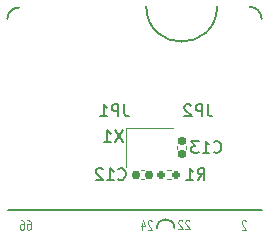
<source format=gbo>
%TF.GenerationSoftware,KiCad,Pcbnew,8.0.8*%
%TF.CreationDate,2025-02-14T18:20:32-05:00*%
%TF.ProjectId,caravel-M.2-card-QFN,63617261-7665-46c2-9d4d-2e322d636172,1*%
%TF.SameCoordinates,Original*%
%TF.FileFunction,Legend,Bot*%
%TF.FilePolarity,Positive*%
%FSLAX46Y46*%
G04 Gerber Fmt 4.6, Leading zero omitted, Abs format (unit mm)*
G04 Created by KiCad (PCBNEW 8.0.8) date 2025-02-14 18:20:32*
%MOMM*%
%LPD*%
G01*
G04 APERTURE LIST*
G04 Aperture macros list*
%AMRoundRect*
0 Rectangle with rounded corners*
0 $1 Rounding radius*
0 $2 $3 $4 $5 $6 $7 $8 $9 X,Y pos of 4 corners*
0 Add a 4 corners polygon primitive as box body*
4,1,4,$2,$3,$4,$5,$6,$7,$8,$9,$2,$3,0*
0 Add four circle primitives for the rounded corners*
1,1,$1+$1,$2,$3*
1,1,$1+$1,$4,$5*
1,1,$1+$1,$6,$7*
1,1,$1+$1,$8,$9*
0 Add four rect primitives between the rounded corners*
20,1,$1+$1,$2,$3,$4,$5,0*
20,1,$1+$1,$4,$5,$6,$7,0*
20,1,$1+$1,$6,$7,$8,$9,0*
20,1,$1+$1,$8,$9,$2,$3,0*%
%AMFreePoly0*
4,1,6,0.300000,0.000000,0.400000,-0.300000,-0.300000,-0.300000,-0.300000,0.300000,0.400000,0.300000,0.300000,0.000000,0.300000,0.000000,$1*%
%AMFreePoly1*
4,1,6,0.250000,-0.300000,-0.250000,-0.300000,-0.350000,0.000000,-0.250000,0.300000,0.250000,0.300000,0.250000,-0.300000,0.250000,-0.300000,$1*%
G04 Aperture macros list end*
%ADD10C,0.150000*%
%ADD11C,0.100000*%
%ADD12C,0.120000*%
%ADD13R,1.600000X1.250000*%
%ADD14FreePoly0,270.000000*%
%ADD15FreePoly1,270.000000*%
%ADD16R,0.350000X1.950000*%
%ADD17C,5.703200*%
%ADD18C,1.500000*%
%ADD19RoundRect,0.155000X-0.155000X0.212500X-0.155000X-0.212500X0.155000X-0.212500X0.155000X0.212500X0*%
%ADD20RoundRect,0.155000X-0.212500X-0.155000X0.212500X-0.155000X0.212500X0.155000X-0.212500X0.155000X0*%
%ADD21RoundRect,0.160000X0.197500X0.160000X-0.197500X0.160000X-0.197500X-0.160000X0.197500X-0.160000X0*%
G04 APERTURE END LIST*
D10*
X72448252Y-31207868D02*
X71781586Y-32207868D01*
X71781586Y-31207868D02*
X72448252Y-32207868D01*
X70876824Y-32207868D02*
X71448252Y-32207868D01*
X71162538Y-32207868D02*
X71162538Y-31207868D01*
X71162538Y-31207868D02*
X71257776Y-31350725D01*
X71257776Y-31350725D02*
X71353014Y-31445963D01*
X71353014Y-31445963D02*
X71448252Y-31493582D01*
X79672062Y-29007868D02*
X79672062Y-29722153D01*
X79672062Y-29722153D02*
X79719681Y-29865010D01*
X79719681Y-29865010D02*
X79814919Y-29960249D01*
X79814919Y-29960249D02*
X79957776Y-30007868D01*
X79957776Y-30007868D02*
X80053014Y-30007868D01*
X79195871Y-30007868D02*
X79195871Y-29007868D01*
X79195871Y-29007868D02*
X78814919Y-29007868D01*
X78814919Y-29007868D02*
X78719681Y-29055487D01*
X78719681Y-29055487D02*
X78672062Y-29103106D01*
X78672062Y-29103106D02*
X78624443Y-29198344D01*
X78624443Y-29198344D02*
X78624443Y-29341201D01*
X78624443Y-29341201D02*
X78672062Y-29436439D01*
X78672062Y-29436439D02*
X78719681Y-29484058D01*
X78719681Y-29484058D02*
X78814919Y-29531677D01*
X78814919Y-29531677D02*
X79195871Y-29531677D01*
X78243490Y-29103106D02*
X78195871Y-29055487D01*
X78195871Y-29055487D02*
X78100633Y-29007868D01*
X78100633Y-29007868D02*
X77862538Y-29007868D01*
X77862538Y-29007868D02*
X77767300Y-29055487D01*
X77767300Y-29055487D02*
X77719681Y-29103106D01*
X77719681Y-29103106D02*
X77672062Y-29198344D01*
X77672062Y-29198344D02*
X77672062Y-29293582D01*
X77672062Y-29293582D02*
X77719681Y-29436439D01*
X77719681Y-29436439D02*
X78291109Y-30007868D01*
X78291109Y-30007868D02*
X77672062Y-30007868D01*
X72572062Y-29007868D02*
X72572062Y-29722153D01*
X72572062Y-29722153D02*
X72619681Y-29865010D01*
X72619681Y-29865010D02*
X72714919Y-29960249D01*
X72714919Y-29960249D02*
X72857776Y-30007868D01*
X72857776Y-30007868D02*
X72953014Y-30007868D01*
X72095871Y-30007868D02*
X72095871Y-29007868D01*
X72095871Y-29007868D02*
X71714919Y-29007868D01*
X71714919Y-29007868D02*
X71619681Y-29055487D01*
X71619681Y-29055487D02*
X71572062Y-29103106D01*
X71572062Y-29103106D02*
X71524443Y-29198344D01*
X71524443Y-29198344D02*
X71524443Y-29341201D01*
X71524443Y-29341201D02*
X71572062Y-29436439D01*
X71572062Y-29436439D02*
X71619681Y-29484058D01*
X71619681Y-29484058D02*
X71714919Y-29531677D01*
X71714919Y-29531677D02*
X72095871Y-29531677D01*
X70572062Y-30007868D02*
X71143490Y-30007868D01*
X70857776Y-30007868D02*
X70857776Y-29007868D01*
X70857776Y-29007868D02*
X70953014Y-29150725D01*
X70953014Y-29150725D02*
X71048252Y-29245963D01*
X71048252Y-29245963D02*
X71143490Y-29293582D01*
D11*
X64394211Y-38796895D02*
X64508496Y-38796895D01*
X64508496Y-38796895D02*
X64565639Y-38834990D01*
X64565639Y-38834990D02*
X64594211Y-38873085D01*
X64594211Y-38873085D02*
X64651353Y-38987371D01*
X64651353Y-38987371D02*
X64679925Y-39139752D01*
X64679925Y-39139752D02*
X64679925Y-39444514D01*
X64679925Y-39444514D02*
X64651353Y-39520704D01*
X64651353Y-39520704D02*
X64622782Y-39558800D01*
X64622782Y-39558800D02*
X64565639Y-39596895D01*
X64565639Y-39596895D02*
X64451353Y-39596895D01*
X64451353Y-39596895D02*
X64394211Y-39558800D01*
X64394211Y-39558800D02*
X64365639Y-39520704D01*
X64365639Y-39520704D02*
X64337068Y-39444514D01*
X64337068Y-39444514D02*
X64337068Y-39254038D01*
X64337068Y-39254038D02*
X64365639Y-39177847D01*
X64365639Y-39177847D02*
X64394211Y-39139752D01*
X64394211Y-39139752D02*
X64451353Y-39101657D01*
X64451353Y-39101657D02*
X64565639Y-39101657D01*
X64565639Y-39101657D02*
X64622782Y-39139752D01*
X64622782Y-39139752D02*
X64651353Y-39177847D01*
X64651353Y-39177847D02*
X64679925Y-39254038D01*
X63822782Y-38796895D02*
X63937067Y-38796895D01*
X63937067Y-38796895D02*
X63994210Y-38834990D01*
X63994210Y-38834990D02*
X64022782Y-38873085D01*
X64022782Y-38873085D02*
X64079924Y-38987371D01*
X64079924Y-38987371D02*
X64108496Y-39139752D01*
X64108496Y-39139752D02*
X64108496Y-39444514D01*
X64108496Y-39444514D02*
X64079924Y-39520704D01*
X64079924Y-39520704D02*
X64051353Y-39558800D01*
X64051353Y-39558800D02*
X63994210Y-39596895D01*
X63994210Y-39596895D02*
X63879924Y-39596895D01*
X63879924Y-39596895D02*
X63822782Y-39558800D01*
X63822782Y-39558800D02*
X63794210Y-39520704D01*
X63794210Y-39520704D02*
X63765639Y-39444514D01*
X63765639Y-39444514D02*
X63765639Y-39254038D01*
X63765639Y-39254038D02*
X63794210Y-39177847D01*
X63794210Y-39177847D02*
X63822782Y-39139752D01*
X63822782Y-39139752D02*
X63879924Y-39101657D01*
X63879924Y-39101657D02*
X63994210Y-39101657D01*
X63994210Y-39101657D02*
X64051353Y-39139752D01*
X64051353Y-39139752D02*
X64079924Y-39177847D01*
X64079924Y-39177847D02*
X64108496Y-39254038D01*
X74919925Y-38873085D02*
X74891353Y-38834990D01*
X74891353Y-38834990D02*
X74834211Y-38796895D01*
X74834211Y-38796895D02*
X74691353Y-38796895D01*
X74691353Y-38796895D02*
X74634211Y-38834990D01*
X74634211Y-38834990D02*
X74605639Y-38873085D01*
X74605639Y-38873085D02*
X74577068Y-38949276D01*
X74577068Y-38949276D02*
X74577068Y-39025466D01*
X74577068Y-39025466D02*
X74605639Y-39139752D01*
X74605639Y-39139752D02*
X74948496Y-39596895D01*
X74948496Y-39596895D02*
X74577068Y-39596895D01*
X74062782Y-39063561D02*
X74062782Y-39596895D01*
X74205639Y-38758800D02*
X74348496Y-39330228D01*
X74348496Y-39330228D02*
X73977067Y-39330228D01*
X82879925Y-38893085D02*
X82851353Y-38854990D01*
X82851353Y-38854990D02*
X82794211Y-38816895D01*
X82794211Y-38816895D02*
X82651353Y-38816895D01*
X82651353Y-38816895D02*
X82594211Y-38854990D01*
X82594211Y-38854990D02*
X82565639Y-38893085D01*
X82565639Y-38893085D02*
X82537068Y-38969276D01*
X82537068Y-38969276D02*
X82537068Y-39045466D01*
X82537068Y-39045466D02*
X82565639Y-39159752D01*
X82565639Y-39159752D02*
X82908496Y-39616895D01*
X82908496Y-39616895D02*
X82537068Y-39616895D01*
X78089925Y-38863085D02*
X78061353Y-38824990D01*
X78061353Y-38824990D02*
X78004211Y-38786895D01*
X78004211Y-38786895D02*
X77861353Y-38786895D01*
X77861353Y-38786895D02*
X77804211Y-38824990D01*
X77804211Y-38824990D02*
X77775639Y-38863085D01*
X77775639Y-38863085D02*
X77747068Y-38939276D01*
X77747068Y-38939276D02*
X77747068Y-39015466D01*
X77747068Y-39015466D02*
X77775639Y-39129752D01*
X77775639Y-39129752D02*
X78118496Y-39586895D01*
X78118496Y-39586895D02*
X77747068Y-39586895D01*
X77518496Y-38863085D02*
X77489924Y-38824990D01*
X77489924Y-38824990D02*
X77432782Y-38786895D01*
X77432782Y-38786895D02*
X77289924Y-38786895D01*
X77289924Y-38786895D02*
X77232782Y-38824990D01*
X77232782Y-38824990D02*
X77204210Y-38863085D01*
X77204210Y-38863085D02*
X77175639Y-38939276D01*
X77175639Y-38939276D02*
X77175639Y-39015466D01*
X77175639Y-39015466D02*
X77204210Y-39129752D01*
X77204210Y-39129752D02*
X77547067Y-39586895D01*
X77547067Y-39586895D02*
X77175639Y-39586895D01*
D10*
X80181586Y-33012629D02*
X80229205Y-33060249D01*
X80229205Y-33060249D02*
X80372062Y-33107868D01*
X80372062Y-33107868D02*
X80467300Y-33107868D01*
X80467300Y-33107868D02*
X80610157Y-33060249D01*
X80610157Y-33060249D02*
X80705395Y-32965010D01*
X80705395Y-32965010D02*
X80753014Y-32869772D01*
X80753014Y-32869772D02*
X80800633Y-32679296D01*
X80800633Y-32679296D02*
X80800633Y-32536439D01*
X80800633Y-32536439D02*
X80753014Y-32345963D01*
X80753014Y-32345963D02*
X80705395Y-32250725D01*
X80705395Y-32250725D02*
X80610157Y-32155487D01*
X80610157Y-32155487D02*
X80467300Y-32107868D01*
X80467300Y-32107868D02*
X80372062Y-32107868D01*
X80372062Y-32107868D02*
X80229205Y-32155487D01*
X80229205Y-32155487D02*
X80181586Y-32203106D01*
X79229205Y-33107868D02*
X79800633Y-33107868D01*
X79514919Y-33107868D02*
X79514919Y-32107868D01*
X79514919Y-32107868D02*
X79610157Y-32250725D01*
X79610157Y-32250725D02*
X79705395Y-32345963D01*
X79705395Y-32345963D02*
X79800633Y-32393582D01*
X78895871Y-32107868D02*
X78276824Y-32107868D01*
X78276824Y-32107868D02*
X78610157Y-32488820D01*
X78610157Y-32488820D02*
X78467300Y-32488820D01*
X78467300Y-32488820D02*
X78372062Y-32536439D01*
X78372062Y-32536439D02*
X78324443Y-32584058D01*
X78324443Y-32584058D02*
X78276824Y-32679296D01*
X78276824Y-32679296D02*
X78276824Y-32917391D01*
X78276824Y-32917391D02*
X78324443Y-33012629D01*
X78324443Y-33012629D02*
X78372062Y-33060249D01*
X78372062Y-33060249D02*
X78467300Y-33107868D01*
X78467300Y-33107868D02*
X78753014Y-33107868D01*
X78753014Y-33107868D02*
X78848252Y-33060249D01*
X78848252Y-33060249D02*
X78895871Y-33012629D01*
X72081586Y-35312629D02*
X72129205Y-35360249D01*
X72129205Y-35360249D02*
X72272062Y-35407868D01*
X72272062Y-35407868D02*
X72367300Y-35407868D01*
X72367300Y-35407868D02*
X72510157Y-35360249D01*
X72510157Y-35360249D02*
X72605395Y-35265010D01*
X72605395Y-35265010D02*
X72653014Y-35169772D01*
X72653014Y-35169772D02*
X72700633Y-34979296D01*
X72700633Y-34979296D02*
X72700633Y-34836439D01*
X72700633Y-34836439D02*
X72653014Y-34645963D01*
X72653014Y-34645963D02*
X72605395Y-34550725D01*
X72605395Y-34550725D02*
X72510157Y-34455487D01*
X72510157Y-34455487D02*
X72367300Y-34407868D01*
X72367300Y-34407868D02*
X72272062Y-34407868D01*
X72272062Y-34407868D02*
X72129205Y-34455487D01*
X72129205Y-34455487D02*
X72081586Y-34503106D01*
X71129205Y-35407868D02*
X71700633Y-35407868D01*
X71414919Y-35407868D02*
X71414919Y-34407868D01*
X71414919Y-34407868D02*
X71510157Y-34550725D01*
X71510157Y-34550725D02*
X71605395Y-34645963D01*
X71605395Y-34645963D02*
X71700633Y-34693582D01*
X70748252Y-34503106D02*
X70700633Y-34455487D01*
X70700633Y-34455487D02*
X70605395Y-34407868D01*
X70605395Y-34407868D02*
X70367300Y-34407868D01*
X70367300Y-34407868D02*
X70272062Y-34455487D01*
X70272062Y-34455487D02*
X70224443Y-34503106D01*
X70224443Y-34503106D02*
X70176824Y-34598344D01*
X70176824Y-34598344D02*
X70176824Y-34693582D01*
X70176824Y-34693582D02*
X70224443Y-34836439D01*
X70224443Y-34836439D02*
X70795871Y-35407868D01*
X70795871Y-35407868D02*
X70176824Y-35407868D01*
X78805395Y-35407868D02*
X79138728Y-34931677D01*
X79376823Y-35407868D02*
X79376823Y-34407868D01*
X79376823Y-34407868D02*
X78995871Y-34407868D01*
X78995871Y-34407868D02*
X78900633Y-34455487D01*
X78900633Y-34455487D02*
X78853014Y-34503106D01*
X78853014Y-34503106D02*
X78805395Y-34598344D01*
X78805395Y-34598344D02*
X78805395Y-34741201D01*
X78805395Y-34741201D02*
X78853014Y-34836439D01*
X78853014Y-34836439D02*
X78900633Y-34884058D01*
X78900633Y-34884058D02*
X78995871Y-34931677D01*
X78995871Y-34931677D02*
X79376823Y-34931677D01*
X77853014Y-35407868D02*
X78424442Y-35407868D01*
X78138728Y-35407868D02*
X78138728Y-34407868D01*
X78138728Y-34407868D02*
X78233966Y-34550725D01*
X78233966Y-34550725D02*
X78329204Y-34645963D01*
X78329204Y-34645963D02*
X78424442Y-34693582D01*
D12*
X76738729Y-31003049D02*
X72738729Y-31003049D01*
X72738729Y-31003049D02*
X72738729Y-34303049D01*
D10*
X84250000Y-37950000D02*
X62750000Y-37950000D01*
X62687106Y-21787105D02*
G75*
G02*
X63687106Y-20787105I1000003J-3D01*
G01*
X75348336Y-39481664D02*
G75*
G02*
X76851664Y-39481664I751664J0D01*
G01*
X80450000Y-20732406D02*
G75*
G02*
X74450000Y-20732406I-3000000J52406D01*
G01*
X83222895Y-20747104D02*
G75*
G02*
X84222896Y-21747104I5J-999996D01*
G01*
D12*
X77078729Y-32768884D02*
X77078729Y-32537214D01*
X77798729Y-32768884D02*
X77798729Y-32537214D01*
X74254564Y-34593049D02*
X74022894Y-34593049D01*
X74254564Y-35313049D02*
X74022894Y-35313049D01*
X76171108Y-35333050D02*
X76506350Y-35333050D01*
X76171108Y-34573048D02*
X76506350Y-34573048D01*
%LPC*%
G36*
X76638729Y-28803049D02*
G01*
X77238729Y-28803049D01*
X77238729Y-30203049D01*
X76638729Y-30203049D01*
X76638729Y-28803049D01*
G37*
G36*
X73438729Y-28803049D02*
G01*
X74038729Y-28803049D01*
X74038729Y-30203049D01*
X73438729Y-30203049D01*
X73438729Y-28803049D01*
G37*
D13*
X73738729Y-33453049D03*
X75838729Y-33453049D03*
X75838729Y-31853049D03*
X73738729Y-31853049D03*
D14*
X76938729Y-29103049D03*
D15*
X76938729Y-29953049D03*
X73738729Y-29953049D03*
D14*
X73738729Y-29103049D03*
D16*
X82499220Y-40976000D03*
X81998840Y-40976000D03*
X81498460Y-40976000D03*
X80998080Y-40976000D03*
X80497700Y-40976000D03*
X79999860Y-40976000D03*
X79499480Y-40976000D03*
X78999100Y-40976000D03*
X78498720Y-40976000D03*
X77998340Y-40976000D03*
X77497960Y-40976000D03*
X74998600Y-40976000D03*
X74498220Y-40976000D03*
X73997840Y-40976000D03*
X73500000Y-40976000D03*
X73002160Y-40976000D03*
X72501780Y-40976000D03*
X72001400Y-40976000D03*
X71501020Y-40976000D03*
X71000640Y-40976000D03*
X70500260Y-40976000D03*
X70002420Y-40976000D03*
X69502040Y-40976000D03*
X69001660Y-40976000D03*
X68501280Y-40976000D03*
X68000900Y-40976000D03*
X67500520Y-40976000D03*
X67000140Y-40976000D03*
X66502300Y-40976000D03*
X66001920Y-40976000D03*
X65501540Y-40976000D03*
X65001160Y-40976000D03*
X64500780Y-40976000D03*
D17*
X77450000Y-20500000D03*
D18*
X83238729Y-26583049D03*
X83238729Y-21703049D03*
D19*
X77438729Y-32085549D03*
X77438729Y-33220549D03*
D20*
X74706229Y-34953049D03*
X73571229Y-34953049D03*
D21*
X75741229Y-34953049D03*
X76936229Y-34953049D03*
G36*
X83343039Y-40022734D02*
G01*
X83388794Y-40075538D01*
X83400000Y-40127049D01*
X83400000Y-42376000D01*
X83380315Y-42443039D01*
X83327511Y-42488794D01*
X83276000Y-42500000D01*
X76824000Y-42500000D01*
X76756961Y-42480315D01*
X76711206Y-42427511D01*
X76700000Y-42376000D01*
X76700000Y-40127049D01*
X76719685Y-40060010D01*
X76772489Y-40014255D01*
X76824000Y-40003049D01*
X83276000Y-40003049D01*
X83343039Y-40022734D01*
G37*
G36*
X75443039Y-40022734D02*
G01*
X75488794Y-40075538D01*
X75500000Y-40127049D01*
X75500000Y-42376000D01*
X75480315Y-42443039D01*
X75427511Y-42488794D01*
X75376000Y-42500000D01*
X63624000Y-42500000D01*
X63556961Y-42480315D01*
X63511206Y-42427511D01*
X63500000Y-42376000D01*
X63500000Y-40127049D01*
X63519685Y-40060010D01*
X63572489Y-40014255D01*
X63624000Y-40003049D01*
X75376000Y-40003049D01*
X75443039Y-40022734D01*
G37*
%LPD*%
M02*

</source>
